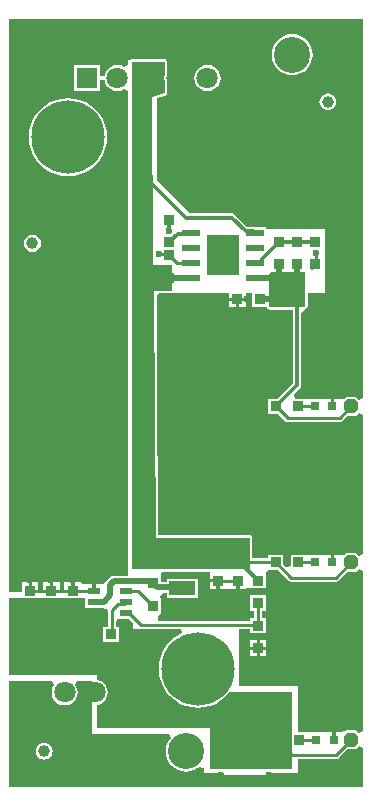
<source format=gtl>
G04*
G04 #@! TF.GenerationSoftware,Altium Limited,Altium Designer,20.2.6 (244)*
G04*
G04 Layer_Physical_Order=1*
G04 Layer_Color=255*
%FSLAX25Y25*%
%MOIN*%
G70*
G04*
G04 #@! TF.SameCoordinates,4CC05358-3F16-40D4-8D58-78DA4269A7D2*
G04*
G04*
G04 #@! TF.FilePolarity,Positive*
G04*
G01*
G75*
%ADD12C,0.01181*%
%ADD14R,0.03543X0.03543*%
%ADD15R,0.03543X0.03543*%
%ADD16R,0.10669X0.13386*%
%ADD17R,0.06102X0.02362*%
%ADD18R,0.04331X0.02362*%
%ADD19R,0.08740X0.04724*%
%ADD20C,0.03937*%
%ADD34R,0.03150X0.03150*%
%ADD35C,0.00984*%
%ADD36C,0.01968*%
%ADD37C,0.24410*%
%ADD38C,0.07087*%
%ADD39R,0.07087X0.07087*%
%ADD40P,0.05114X8X292.5*%
%ADD41C,0.12000*%
%ADD42P,0.05114X8X202.5*%
%ADD43C,0.02362*%
G36*
X98819Y164551D02*
Y160310D01*
X98473Y159906D01*
X98352Y159843D01*
X86857Y159843D01*
X86841Y159869D01*
X86614Y160310D01*
X86614Y171087D01*
X86925Y171398D01*
X87386Y171441D01*
X87386Y171441D01*
X87386Y171441D01*
X92803D01*
X92929Y171441D01*
X92929Y171441D01*
X93291Y171441D01*
X93291Y171441D01*
X93418Y171441D01*
X98819D01*
Y164551D01*
D02*
G37*
G36*
X81102Y160039D02*
X85865D01*
X85872Y160003D01*
X85891Y159975D01*
X85900Y159943D01*
X86127Y159502D01*
X86145Y159479D01*
X86155Y159452D01*
X86171Y159426D01*
X86236Y159355D01*
X86289Y159275D01*
X86340Y159240D01*
X86382Y159195D01*
X86470Y159154D01*
X86550Y159101D01*
X86610Y159089D01*
X86666Y159063D01*
X86762Y159058D01*
X86857Y159040D01*
X94658Y159040D01*
Y134440D01*
X89548Y129331D01*
X86417D01*
Y124213D01*
X89691D01*
X91991Y121912D01*
X92414Y121629D01*
X92913Y121530D01*
X110236D01*
X110735Y121629D01*
X111159Y121912D01*
X112869Y123622D01*
X115748D01*
X116732Y124606D01*
X118110Y124036D01*
Y77539D01*
X116732Y76968D01*
X115748Y77953D01*
X112598D01*
X111827Y77181D01*
X110449Y77378D01*
X110449Y77378D01*
X108374D01*
Y74803D01*
X107374D01*
Y77378D01*
X105621D01*
X105299Y77378D01*
X104009Y77165D01*
X99606D01*
X99606Y77165D01*
X99016Y77362D01*
Y77362D01*
X98310Y77362D01*
X93898D01*
Y73676D01*
X92520Y73105D01*
X91535Y74089D01*
Y77362D01*
X86417D01*
Y76108D01*
X81118D01*
X81118Y83071D01*
X81057Y83378D01*
X80883Y83639D01*
X80622Y83813D01*
X80315Y83874D01*
X49824Y83874D01*
X49323Y136828D01*
X49231Y163575D01*
X50204Y164551D01*
X73409D01*
Y163098D01*
X78953D01*
Y164551D01*
X81102D01*
Y160039D01*
D02*
G37*
G36*
X118110Y129508D02*
X116732Y128937D01*
X115748Y129921D01*
X112598D01*
X111827Y129150D01*
X110449Y129347D01*
X110449Y129347D01*
X108374D01*
Y126772D01*
X107374D01*
Y129347D01*
X105621D01*
X105299Y129347D01*
X104009Y129134D01*
X99606D01*
X99606Y129134D01*
X99016Y129331D01*
Y129331D01*
X98310Y129331D01*
X95471D01*
X94900Y130709D01*
X97056Y132865D01*
X97361Y133321D01*
X97468Y133858D01*
Y158098D01*
X98421Y159043D01*
X98539Y159077D01*
X98659Y159101D01*
X98688Y159120D01*
X98721Y159130D01*
X98843Y159193D01*
X98963Y159289D01*
X99084Y159384D01*
X99429Y159788D01*
X99491Y159898D01*
X99561Y160003D01*
X99567Y160034D01*
X99582Y160061D01*
X99597Y160186D01*
X99622Y160310D01*
Y164551D01*
X105512D01*
Y185827D01*
X85728D01*
Y186634D01*
X81435D01*
X81299Y186661D01*
X79496D01*
X75400Y190757D01*
X74944Y191062D01*
X74406Y191169D01*
X60406D01*
X49228Y202347D01*
Y229523D01*
X52180Y230328D01*
X52225Y230351D01*
X52276Y230361D01*
X52364Y230420D01*
X52460Y230468D01*
X52494Y230506D01*
X52536Y230535D01*
X52595Y230624D01*
X52665Y230704D01*
X52682Y230753D01*
X52710Y230795D01*
X52731Y230900D01*
X52765Y231001D01*
X52761Y231052D01*
X52771Y231102D01*
Y235074D01*
X52755Y235155D01*
X52758Y235195D01*
X52623Y236221D01*
X52758Y237246D01*
X52755Y237286D01*
X52771Y237367D01*
Y241732D01*
X52710Y242039D01*
X52536Y242300D01*
X52276Y242474D01*
X51968Y242535D01*
X40945D01*
X40638Y242474D01*
X40377Y242300D01*
X40261Y242126D01*
X39764D01*
Y240667D01*
X38386Y239987D01*
X38365Y240003D01*
X37312Y240440D01*
X36181Y240588D01*
X35051Y240440D01*
X33997Y240003D01*
X33092Y239309D01*
X32398Y238404D01*
X31962Y237351D01*
X31912Y236975D01*
X31890Y236803D01*
X30512Y236894D01*
Y240551D01*
X21850D01*
Y231890D01*
X30512D01*
Y235547D01*
X31890Y235638D01*
X31912Y235467D01*
X31962Y235090D01*
X32398Y234036D01*
X33092Y233132D01*
X33997Y232438D01*
X35051Y232001D01*
X36181Y231852D01*
X37312Y232001D01*
X38365Y232438D01*
X38386Y232453D01*
X39764Y231774D01*
Y70329D01*
X37814D01*
X37719Y70310D01*
X35011D01*
X34320Y70173D01*
X33734Y69781D01*
X32581Y68628D01*
X32492Y68495D01*
X31512Y67535D01*
X28846D01*
Y65354D01*
X27847D01*
Y67535D01*
X25181D01*
X24032Y68087D01*
Y68126D01*
X21760D01*
Y65354D01*
X20760D01*
Y68126D01*
X18488D01*
Y64961D01*
X16945D01*
Y68126D01*
X14673D01*
Y65354D01*
X13673D01*
Y68126D01*
X11402D01*
Y64961D01*
X9858D01*
Y68126D01*
X7587D01*
Y65354D01*
X6587D01*
Y68126D01*
X4315D01*
Y64961D01*
X0D01*
Y255906D01*
X118110D01*
Y129508D01*
D02*
G37*
G36*
X51968Y237367D02*
X51962Y237351D01*
X51813Y236221D01*
X51962Y235090D01*
X51968Y235074D01*
Y231102D01*
X47638Y229921D01*
X48127Y178235D01*
X47993Y177559D01*
X48141Y176815D01*
X48167Y174016D01*
X54331D01*
X54331Y165354D01*
X48249D01*
X49029Y83071D01*
X80315Y83071D01*
X80315Y72835D01*
X79921Y72441D01*
X51968D01*
X40945Y72441D01*
X40945Y241732D01*
X51968D01*
Y237367D01*
D02*
G37*
G36*
X118110Y72067D02*
Y18484D01*
X116732Y17913D01*
X115748Y18898D01*
X112598D01*
X112163Y18462D01*
X110843Y18323D01*
X110843Y18323D01*
X108768D01*
Y15748D01*
X107768D01*
Y18323D01*
X106015D01*
X105693Y18323D01*
X105693Y18323D01*
X104724Y18110D01*
X104724Y18110D01*
X100000D01*
X100000Y18110D01*
X99409Y18307D01*
Y18307D01*
X98704Y18307D01*
X96457D01*
Y33465D01*
X76772D01*
X76772Y52632D01*
X80512D01*
Y51181D01*
X85630D01*
Y56299D01*
X84376D01*
Y58661D01*
X85630D01*
Y63779D01*
X80512D01*
Y58661D01*
X81766D01*
Y56299D01*
X80512D01*
Y55242D01*
X49600D01*
X49595Y56898D01*
X50568Y57874D01*
X50591D01*
Y62992D01*
X50591D01*
X50477Y63379D01*
X51517Y64729D01*
X52716D01*
Y62953D01*
X63032D01*
Y69252D01*
X52716D01*
Y68342D01*
X50591D01*
Y70472D01*
X50591D01*
X51103Y71638D01*
X65604D01*
X66913Y71472D01*
X66913Y70260D01*
Y69201D01*
X69685D01*
Y68701D01*
X70185D01*
Y65929D01*
X72228D01*
X72457Y65929D01*
X73606D01*
X73835Y65929D01*
X75878D01*
Y68701D01*
X76878D01*
Y65929D01*
X79150D01*
Y66104D01*
X80512Y66142D01*
Y66142D01*
X85630D01*
Y71192D01*
X85855Y71493D01*
X86580Y72244D01*
X89691D01*
X93172Y68763D01*
X93595Y68480D01*
X94095Y68380D01*
X109055D01*
X109554Y68480D01*
X109978Y68763D01*
X112869Y71654D01*
X115748D01*
X116732Y72638D01*
X118110Y72067D01*
D02*
G37*
G36*
X27559Y17717D02*
X53380D01*
X53676Y17341D01*
X53990Y16339D01*
X53384Y15600D01*
X52754Y14421D01*
X52366Y13142D01*
X52235Y11811D01*
X52366Y10481D01*
X52754Y9201D01*
X53384Y8022D01*
X54233Y6988D01*
X55266Y6140D01*
X56445Y5510D01*
X57725Y5122D01*
X59055Y4991D01*
X60386Y5122D01*
X61665Y5510D01*
X62844Y6140D01*
X63583Y6746D01*
X64585Y6432D01*
X64961Y6136D01*
Y3937D01*
X96457D01*
Y9325D01*
X109055D01*
X109554Y9425D01*
X109978Y9707D01*
X112869Y12598D01*
X115748D01*
X116732Y13583D01*
X118110Y13012D01*
Y0D01*
X-0Y-0D01*
X0Y35433D01*
X14457D01*
X15127Y34055D01*
X14839Y33680D01*
X14403Y32627D01*
X14254Y31496D01*
X14403Y30365D01*
X14839Y29312D01*
X15533Y28407D01*
X16438Y27713D01*
X17492Y27277D01*
X18622Y27128D01*
X19753Y27277D01*
X20806Y27713D01*
X21711Y28407D01*
X22405Y29312D01*
X22841Y30365D01*
X22990Y31496D01*
X22841Y32627D01*
X22405Y33680D01*
X22117Y34055D01*
X22787Y35433D01*
X27559D01*
Y17717D01*
D02*
G37*
G36*
X25394Y59646D02*
X31299D01*
X31299Y59646D01*
X32540Y59314D01*
X32902Y58935D01*
X32947Y58830D01*
Y53347D01*
X31496D01*
Y48228D01*
X36614D01*
Y53347D01*
X35557D01*
Y54721D01*
X36024Y55905D01*
X40084D01*
X41339Y54651D01*
Y52756D01*
X43362D01*
X43398Y52732D01*
X43898Y52632D01*
X57459D01*
X57734Y51254D01*
X57076Y50982D01*
X55332Y49913D01*
X53777Y48585D01*
X52449Y47030D01*
X51380Y45287D01*
X50598Y43397D01*
X50120Y41409D01*
X49960Y39370D01*
X50120Y37331D01*
X50598Y35343D01*
X51380Y33454D01*
X52449Y31710D01*
X53777Y30155D01*
X55332Y28827D01*
X57076Y27758D01*
X58965Y26976D01*
X60953Y26498D01*
X62992Y26338D01*
X65031Y26498D01*
X67019Y26976D01*
X68909Y27758D01*
X70652Y28827D01*
X72207Y30155D01*
X73353Y31496D01*
X94488Y31496D01*
Y18307D01*
X94291D01*
Y13189D01*
X94488D01*
Y5906D01*
X86808D01*
X86614Y5944D01*
X86420Y5906D01*
X71060D01*
X70866Y5944D01*
X70672Y5906D01*
X66929D01*
Y19685D01*
X29528D01*
Y27247D01*
X29753Y27277D01*
X30806Y27713D01*
X31711Y28407D01*
X32405Y29312D01*
X32841Y30365D01*
X32990Y31496D01*
X32841Y32627D01*
X32405Y33680D01*
X31711Y34585D01*
X30806Y35279D01*
X29753Y35715D01*
X29528Y35745D01*
Y37402D01*
X0D01*
X-0Y62795D01*
X9843Y62795D01*
X25394D01*
Y59646D01*
D02*
G37*
%LPC*%
G36*
X78953Y162098D02*
X76681D01*
Y159827D01*
X78953D01*
Y162098D01*
D02*
G37*
G36*
X75681D02*
X73409D01*
Y159827D01*
X75681D01*
Y162098D01*
D02*
G37*
G36*
X94488Y250915D02*
X93158Y250784D01*
X91878Y250396D01*
X90699Y249765D01*
X89666Y248917D01*
X88817Y247884D01*
X88187Y246705D01*
X87799Y245425D01*
X87668Y244094D01*
X87799Y242764D01*
X88187Y241484D01*
X88817Y240305D01*
X89666Y239272D01*
X90699Y238424D01*
X91878Y237793D01*
X93158Y237405D01*
X94488Y237274D01*
X95819Y237405D01*
X97098Y237793D01*
X98277Y238424D01*
X99311Y239272D01*
X100159Y240305D01*
X100789Y241484D01*
X101177Y242764D01*
X101308Y244094D01*
X101177Y245425D01*
X100789Y246705D01*
X100159Y247884D01*
X99311Y248917D01*
X98277Y249765D01*
X97098Y250396D01*
X95819Y250784D01*
X94488Y250915D01*
D02*
G37*
G36*
X66181Y240588D02*
X65051Y240440D01*
X63997Y240003D01*
X63092Y239309D01*
X62398Y238404D01*
X61962Y237351D01*
X61813Y236221D01*
X61962Y235090D01*
X62398Y234036D01*
X63092Y233132D01*
X63997Y232438D01*
X65051Y232001D01*
X66181Y231852D01*
X67312Y232001D01*
X68365Y232438D01*
X69270Y233132D01*
X69964Y234036D01*
X70400Y235090D01*
X70549Y236221D01*
X70400Y237351D01*
X69964Y238404D01*
X69270Y239309D01*
X68365Y240003D01*
X67312Y240440D01*
X66181Y240588D01*
D02*
G37*
G36*
X106299Y231126D02*
X105580Y231031D01*
X104909Y230754D01*
X104334Y230312D01*
X103892Y229736D01*
X103614Y229066D01*
X103519Y228346D01*
X103614Y227627D01*
X103892Y226957D01*
X104334Y226381D01*
X104909Y225939D01*
X105580Y225661D01*
X106299Y225567D01*
X107019Y225661D01*
X107689Y225939D01*
X108265Y226381D01*
X108706Y226957D01*
X108984Y227627D01*
X109079Y228346D01*
X108984Y229066D01*
X108706Y229736D01*
X108265Y230312D01*
X107689Y230754D01*
X107019Y231031D01*
X106299Y231126D01*
D02*
G37*
G36*
X19685Y229568D02*
X17646Y229407D01*
X15658Y228930D01*
X13769Y228147D01*
X12025Y227079D01*
X10470Y225751D01*
X9142Y224196D01*
X8073Y222452D01*
X7291Y220563D01*
X6813Y218574D01*
X6653Y216535D01*
X6813Y214497D01*
X7291Y212508D01*
X8073Y210619D01*
X9142Y208875D01*
X10470Y207320D01*
X12025Y205992D01*
X13769Y204924D01*
X15658Y204141D01*
X17646Y203664D01*
X19685Y203503D01*
X21724Y203664D01*
X23712Y204141D01*
X25602Y204924D01*
X27345Y205992D01*
X28900Y207320D01*
X30228Y208875D01*
X31297Y210619D01*
X32079Y212508D01*
X32557Y214497D01*
X32717Y216535D01*
X32557Y218574D01*
X32079Y220563D01*
X31297Y222452D01*
X30228Y224196D01*
X28900Y225751D01*
X27345Y227079D01*
X25602Y228147D01*
X23712Y228930D01*
X21724Y229407D01*
X19685Y229568D01*
D02*
G37*
G36*
X7874Y183882D02*
X7155Y183787D01*
X6484Y183510D01*
X5909Y183068D01*
X5467Y182492D01*
X5189Y181822D01*
X5094Y181102D01*
X5189Y180383D01*
X5467Y179712D01*
X5909Y179137D01*
X6484Y178695D01*
X7155Y178417D01*
X7874Y178323D01*
X8593Y178417D01*
X9264Y178695D01*
X9839Y179137D01*
X10281Y179712D01*
X10559Y180383D01*
X10654Y181102D01*
X10559Y181822D01*
X10281Y182492D01*
X9839Y183068D01*
X9264Y183510D01*
X8593Y183787D01*
X7874Y183882D01*
D02*
G37*
G36*
X69185Y68201D02*
X66913D01*
Y65929D01*
X69185D01*
Y68201D01*
D02*
G37*
G36*
X85843Y49031D02*
X83571D01*
Y46760D01*
X85843D01*
Y49031D01*
D02*
G37*
G36*
X82571D02*
X80299D01*
Y46760D01*
X82571D01*
Y49031D01*
D02*
G37*
G36*
X85843Y45760D02*
X83571D01*
Y43488D01*
X85843D01*
Y45760D01*
D02*
G37*
G36*
X82571D02*
X80299D01*
Y43488D01*
X82571D01*
Y45760D01*
D02*
G37*
G36*
X11811Y14591D02*
X11092Y14496D01*
X10421Y14218D01*
X9845Y13777D01*
X9404Y13201D01*
X9126Y12530D01*
X9031Y11811D01*
X9126Y11092D01*
X9404Y10421D01*
X9845Y9845D01*
X10421Y9404D01*
X11092Y9126D01*
X11811Y9031D01*
X12530Y9126D01*
X13201Y9404D01*
X13777Y9845D01*
X14218Y10421D01*
X14496Y11092D01*
X14591Y11811D01*
X14496Y12530D01*
X14218Y13201D01*
X13777Y13777D01*
X13201Y14218D01*
X12530Y14496D01*
X11811Y14591D01*
D02*
G37*
%LPD*%
D12*
X88976Y126772D02*
X96063Y133858D01*
Y162598D01*
X77559Y74213D02*
X83071Y68701D01*
X59055Y189764D02*
X74406D01*
X78914Y185256D01*
X81299D01*
X81890Y184665D01*
X45477Y203342D02*
X59055Y189764D01*
X53543Y185433D02*
Y188976D01*
X60312Y184347D02*
X60630Y184665D01*
X56395Y184347D02*
X60312D01*
X53543Y181496D02*
X56395Y184347D01*
X96063Y181693D02*
X101969D01*
X84350Y175256D02*
Y175886D01*
X83760Y174665D02*
X84350Y175256D01*
X81890Y174665D02*
X83760D01*
X84350Y175886D02*
X90158Y181693D01*
X96063D01*
X90158Y170039D02*
X90531Y169665D01*
X96063Y173622D02*
X96063Y173622D01*
X60610Y169685D02*
X60630Y169665D01*
X46063Y236102D02*
X46181Y236221D01*
X114173Y181102D02*
Y196850D01*
Y149606D02*
Y165354D01*
Y204724D02*
Y220472D01*
Y236221D02*
Y251969D01*
X82677D02*
X98425D01*
X51181D02*
X66929D01*
X19685D02*
X35433D01*
X3937Y236221D02*
Y251969D01*
Y204724D02*
Y220472D01*
X86614Y3937D02*
X102362D01*
X55118D02*
X70866D01*
X23622D02*
X39370D01*
D14*
X101969Y181693D02*
D03*
Y174213D02*
D03*
X83071Y68701D02*
D03*
Y61221D02*
D03*
X53543Y188976D02*
D03*
Y181496D02*
D03*
X96063Y174213D02*
D03*
Y181693D02*
D03*
X90158Y174213D02*
D03*
Y181693D02*
D03*
X53543Y169685D02*
D03*
Y177165D02*
D03*
X7087Y57874D02*
D03*
Y65354D02*
D03*
X14173Y57874D02*
D03*
Y65354D02*
D03*
X76378Y76181D02*
D03*
Y68701D02*
D03*
X69685Y76181D02*
D03*
Y68701D02*
D03*
X83071Y53740D02*
D03*
Y46260D02*
D03*
X21260Y57874D02*
D03*
Y65354D02*
D03*
X48031Y67913D02*
D03*
Y60433D02*
D03*
D15*
X83661Y162598D02*
D03*
X76181D02*
D03*
X88976Y126772D02*
D03*
X96457D02*
D03*
X26575Y50787D02*
D03*
X34055D02*
D03*
X89370Y15748D02*
D03*
X96850D02*
D03*
X88976Y74803D02*
D03*
X96457D02*
D03*
D16*
X71260Y177165D02*
D03*
D17*
X81890Y169665D02*
D03*
Y174665D02*
D03*
Y179665D02*
D03*
Y184665D02*
D03*
X60630Y169665D02*
D03*
Y174665D02*
D03*
Y179665D02*
D03*
Y184665D02*
D03*
D18*
X28346Y65354D02*
D03*
Y61614D02*
D03*
Y57874D02*
D03*
X38976D02*
D03*
Y61614D02*
D03*
Y65354D02*
D03*
D19*
X57874Y74843D02*
D03*
Y66102D02*
D03*
D20*
X11811Y11811D02*
D03*
X7874Y181102D02*
D03*
X106299Y228346D02*
D03*
D34*
X107874Y126772D02*
D03*
X101969D02*
D03*
X108268Y15748D02*
D03*
X102362D02*
D03*
X107874Y74803D02*
D03*
X101969D02*
D03*
D35*
X77559Y74213D02*
X78150Y74803D01*
X88976D01*
X28346Y65354D02*
Y69291D01*
X92913Y122835D02*
X110236D01*
X88976Y126772D02*
X92913Y122835D01*
X110236D02*
X114173Y126772D01*
X43898Y53937D02*
X83071D01*
Y53740D02*
X83268Y53937D01*
X83071D02*
Y61221D01*
Y53740D02*
Y53937D01*
X102362Y174756D02*
Y177953D01*
X50000Y177559D02*
X53150D01*
X53543Y177165D01*
X53543Y177165D02*
X53543Y177165D01*
X101893Y174288D02*
X102362Y174756D01*
X100689Y172933D02*
X101969Y174213D01*
X76181Y162598D02*
X79528D01*
X39961Y57874D02*
X40650Y57185D01*
Y57185D02*
Y57185D01*
Y57185D02*
X43898Y53937D01*
X38976Y57874D02*
X39961D01*
X34252Y52067D02*
Y58888D01*
X36289Y60925D02*
X38287D01*
X34252Y58888D02*
X36289Y60925D01*
X38287D02*
X38976Y61614D01*
X33957Y51772D02*
X34252Y52067D01*
X38976Y65354D02*
X43110D01*
X48031Y60433D01*
X69685Y63583D02*
Y68701D01*
X76378D01*
Y63583D02*
Y68701D01*
X56043Y174665D02*
X60630D01*
X53543Y177165D02*
X56043Y174665D01*
X109055Y10630D02*
X114173Y15748D01*
X107874Y130709D02*
X107874Y130709D01*
X107874Y126772D02*
Y130709D01*
Y78740D02*
X107874Y78740D01*
X107874Y74803D02*
Y78740D01*
X96457Y126772D02*
X101969D01*
X96457Y74803D02*
X101969D01*
X108268Y19685D02*
X108268Y19685D01*
X108268Y15748D02*
Y19685D01*
X96850Y15748D02*
X102362D01*
X21260Y65354D02*
X28346D01*
X28346Y65354D01*
X14173Y65354D02*
X21260D01*
X7087D02*
X14173D01*
X7087D02*
Y68898D01*
X14173Y65354D02*
Y68898D01*
X21260Y65354D02*
Y68898D01*
X109055Y69685D02*
X114173Y74803D01*
X94095Y69685D02*
X109055D01*
X88976Y74803D02*
X94095Y69685D01*
X89370Y15748D02*
X94488Y10630D01*
X109055D01*
D36*
X96063Y170079D02*
Y174213D01*
X90158Y170039D02*
Y174213D01*
X83661Y162598D02*
X90158D01*
X81890Y169665D02*
X90531D01*
X47422Y68523D02*
X49409Y66535D01*
X57441D02*
X57874Y66102D01*
X49409Y66535D02*
X57441D01*
X35011Y68504D02*
X37795D01*
X33858Y63779D02*
Y67351D01*
X28346Y61614D02*
X28466Y61734D01*
X31812D01*
X33858Y63779D01*
Y67351D02*
X35011Y68504D01*
X37814Y68523D02*
X47422D01*
X37795Y68504D02*
X37814Y68523D01*
X53543Y169685D02*
X60610D01*
D37*
X19685Y216535D02*
D03*
X62992Y39370D02*
D03*
D38*
X76181Y236221D02*
D03*
X66181D02*
D03*
X36181D02*
D03*
X46181D02*
D03*
X56181D02*
D03*
X8622Y31496D02*
D03*
X18622D02*
D03*
X28622D02*
D03*
D39*
X26181Y236221D02*
D03*
X38622Y31496D02*
D03*
D40*
X114173Y15748D02*
D03*
Y126772D02*
D03*
Y3937D02*
D03*
D41*
X94488Y244094D02*
D03*
X59055Y11811D02*
D03*
D42*
X114173Y74803D02*
D03*
D43*
X28346Y69291D02*
D03*
X108268Y232283D02*
D03*
X102362Y220472D02*
D03*
X108268Y208661D02*
D03*
X102362Y196850D02*
D03*
X108268Y185039D02*
D03*
Y161417D02*
D03*
X102362Y149606D02*
D03*
X108268Y137795D02*
D03*
Y114173D02*
D03*
X102362Y102362D02*
D03*
X108268Y90551D02*
D03*
X102362Y78740D02*
D03*
X108268Y66929D02*
D03*
X102362Y55118D02*
D03*
X108268Y43307D02*
D03*
X102362Y31496D02*
D03*
Y7874D02*
D03*
X96457Y232283D02*
D03*
X90551Y220472D02*
D03*
X96457Y208661D02*
D03*
X90551Y149606D02*
D03*
X96457Y114173D02*
D03*
X90551Y102362D02*
D03*
X96457Y90551D02*
D03*
X90551Y78740D02*
D03*
X96457Y66929D02*
D03*
X90551Y55118D02*
D03*
X96457Y43307D02*
D03*
X78740Y244094D02*
D03*
X84646Y232283D02*
D03*
X78740Y220472D02*
D03*
Y149606D02*
D03*
X84646Y137795D02*
D03*
X78740Y125984D02*
D03*
X84646Y114173D02*
D03*
X78740Y102362D02*
D03*
X84646Y90551D02*
D03*
X66929Y244094D02*
D03*
Y196850D02*
D03*
Y149606D02*
D03*
X72835Y137795D02*
D03*
X66929Y125984D02*
D03*
X72835Y114173D02*
D03*
X66929Y102362D02*
D03*
X72835Y90551D02*
D03*
X55118Y244094D02*
D03*
Y220472D02*
D03*
X61024Y208661D02*
D03*
Y161417D02*
D03*
X55118Y149606D02*
D03*
X61024Y137795D02*
D03*
X55118Y125984D02*
D03*
X61024Y114173D02*
D03*
X55118Y102362D02*
D03*
X61024Y90551D02*
D03*
X43307Y244094D02*
D03*
Y7874D02*
D03*
X31496Y244094D02*
D03*
X37402Y208661D02*
D03*
X31496Y196850D02*
D03*
X37402Y185039D02*
D03*
X31496Y173228D02*
D03*
X37402Y161417D02*
D03*
X31496Y149606D02*
D03*
X37402Y137795D02*
D03*
X31496Y125984D02*
D03*
X37402Y114173D02*
D03*
X31496Y102362D02*
D03*
X37402Y90551D02*
D03*
X31496Y78740D02*
D03*
Y7874D02*
D03*
X19685Y244094D02*
D03*
Y196850D02*
D03*
X25591Y185039D02*
D03*
X19685Y173228D02*
D03*
X25591Y161417D02*
D03*
X19685Y149606D02*
D03*
X25591Y137795D02*
D03*
X19685Y125984D02*
D03*
X25591Y114173D02*
D03*
X19685Y102362D02*
D03*
X25591Y90551D02*
D03*
X19685Y78740D02*
D03*
X25591Y19685D02*
D03*
X19685Y7874D02*
D03*
X7874Y244094D02*
D03*
X13780Y232283D02*
D03*
X7874Y196850D02*
D03*
X13780Y185039D02*
D03*
X7874Y173228D02*
D03*
X13780Y161417D02*
D03*
X7874Y149606D02*
D03*
X13780Y137795D02*
D03*
X7874Y125984D02*
D03*
X13780Y114173D02*
D03*
X7874Y102362D02*
D03*
X13780Y90551D02*
D03*
X7874Y78740D02*
D03*
X13780Y19685D02*
D03*
X7874Y7874D02*
D03*
X53543Y185433D02*
D03*
X90158Y168110D02*
D03*
X102362Y177953D02*
D03*
X50000Y177559D02*
D03*
X96063Y162598D02*
D03*
X90158D02*
D03*
X96063Y168110D02*
D03*
X79528Y162598D02*
D03*
X69685Y63583D02*
D03*
X76378D02*
D03*
X73425Y172835D02*
D03*
X69095D02*
D03*
X73425Y177165D02*
D03*
X69095D02*
D03*
X73425Y181496D02*
D03*
X69095D02*
D03*
X114173Y196850D02*
D03*
Y181102D02*
D03*
Y165354D02*
D03*
Y149606D02*
D03*
Y133858D02*
D03*
Y9843D02*
D03*
Y204724D02*
D03*
Y220472D02*
D03*
Y236221D02*
D03*
Y251969D02*
D03*
X98425D02*
D03*
X82677D02*
D03*
X66929D02*
D03*
X51181D02*
D03*
X35433D02*
D03*
X19685D02*
D03*
X3937D02*
D03*
Y236221D02*
D03*
Y220472D02*
D03*
Y204724D02*
D03*
X102362Y3937D02*
D03*
X86614D02*
D03*
X70866D02*
D03*
X55118D02*
D03*
X39370D02*
D03*
X23622D02*
D03*
X7874D02*
D03*
X107874Y130709D02*
D03*
Y78740D02*
D03*
X108268Y19685D02*
D03*
X7087Y68898D02*
D03*
X14173D02*
D03*
X21260D02*
D03*
M02*

</source>
